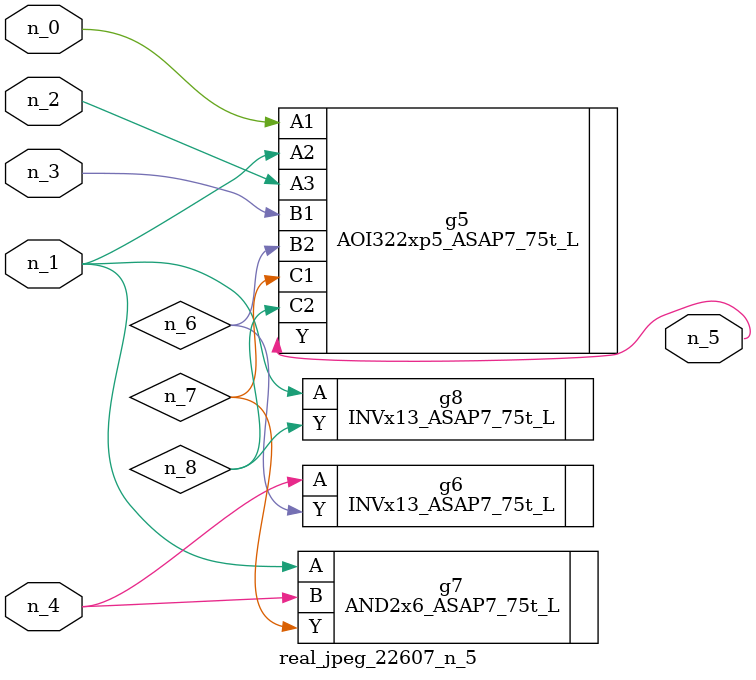
<source format=v>
module real_jpeg_22607_n_5 (n_4, n_0, n_1, n_2, n_3, n_5);

input n_4;
input n_0;
input n_1;
input n_2;
input n_3;

output n_5;

wire n_8;
wire n_6;
wire n_7;

AOI322xp5_ASAP7_75t_L g5 ( 
.A1(n_0),
.A2(n_1),
.A3(n_2),
.B1(n_3),
.B2(n_6),
.C1(n_7),
.C2(n_8),
.Y(n_5)
);

AND2x6_ASAP7_75t_L g7 ( 
.A(n_1),
.B(n_4),
.Y(n_7)
);

INVx13_ASAP7_75t_L g8 ( 
.A(n_1),
.Y(n_8)
);

INVx13_ASAP7_75t_L g6 ( 
.A(n_4),
.Y(n_6)
);


endmodule
</source>
